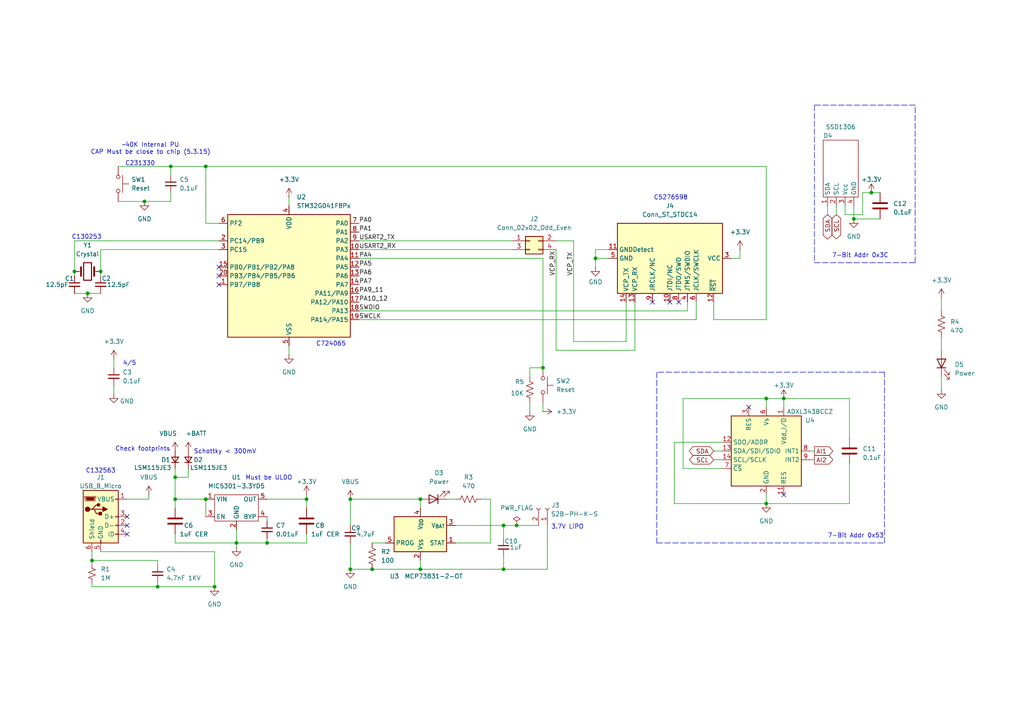
<source format=kicad_sch>
(kicad_sch (version 20231120) (generator "eeschema") (generator_version "8.0")
  (paper "A4")
  (lib_symbols
    (symbol "Battery_Management:MCP73831-2-OT"
      (property "Reference" "U" (at -7.62 6.35 0))
      (property "Value" "MCP73831-2-OT" (at 1.27 6.35 0))
      (symbol "MCP73831-2-OT_0_1"
        (rectangle (start -7.62 5.08) (end 7.62 -5.08) (stroke (width 0.254)) (fill (type background)))
      )
      (symbol "MCP73831-2-OT_1_1"
        (pin tri_state line (at 10.16 -2.54 180) (length 2.54) (name "STAT") (number "1"))
        (pin power_in line (at 0 -7.62 90) (length 2.54) (name "V_{SS}") (number "2"))
        (pin power_out line (at 10.16 2.54 180) (length 2.54) (name "V_{BAT}") (number "3"))
        (pin power_in line (at 0 7.62 270) (length 2.54) (name "V_{DD}") (number "4"))
        (pin input line (at -10.16 -2.54 0) (length 2.54) (name "PROG") (number "5"))
      )
    )
    (symbol "Connector:Conn_01x02_Socket" (pin_names (offset 1.016) hide)
      (property "Reference" "J" (at 0 2.54 0))
      (property "Value" "Conn_01x02_Socket" (at 0 -5.08 0))
      (symbol "Conn_01x02_Socket_1_1"
        (arc (start 0 -2.032) (mid -0.5058 -2.54) (end 0 -3.048) (stroke (width 0.1524)))
        (polyline (pts (xy -1.27 -2.54) (xy -0.508 -2.54)) (stroke (width 0.1524)))
        (polyline (pts (xy -1.27 0) (xy -0.508 0)) (stroke (width 0.1524)))
        (arc (start 0 0.508) (mid -0.5058 0) (end 0 -0.508) (stroke (width 0.1524)))
        (pin passive line (at -5.08 0 0) (length 3.81) (name "Pin_1") (number "1"))
        (pin passive line (at -5.08 -2.54 0) (length 3.81) (name "Pin_2") (number "2"))
      )
    )
    (symbol "Connector:Conn_ST_STDC14"
      (property "Reference" "J" (at -8.89 16.51 0))
      (property "Value" "Conn_ST_STDC14" (at 17.78 16.51 0))
      (symbol "Conn_ST_STDC14_0_1"
        (rectangle (start -10.16 15.24) (end 10.16 -15.24) (stroke (width 0.254)) (fill (type background)))
      )
      (symbol "Conn_ST_STDC14_1_1"
        (pin no_connect line (at -10.16 5.08 0) (length 2.54) hide (name "NC") (number "1"))
        (pin output line (at 12.7 0 180) (length 2.54) (name "JTDI/NC") (number "10"))
        (pin passive line (at -2.54 -17.78 90) (length 2.54) (name "GNDDetect") (number "11"))
        (pin open_collector line (at 12.7 12.7 180) (length 2.54) (name "~{RST}") (number "12"))
        (pin output line (at 12.7 -10.16 180) (length 2.54) (name "VCP_RX") (number "13"))
        (pin input line (at 12.7 -12.7 180) (length 2.54) (name "VCP_TX") (number "14"))
        (pin no_connect line (at -10.16 2.54 0) (length 2.54) hide (name "NC") (number "2"))
        (pin power_in line (at 0 17.78 270) (length 2.54) (name "VCC") (number "3"))
        (pin bidirectional line (at 12.7 5.08 180) (length 2.54) (name "JTMS/SWDIO") (number "4"))
        (pin power_in line (at 0 -17.78 90) (length 2.54) (name "GND") (number "5"))
        (pin output line (at 12.7 7.62 180) (length 2.54) (name "JCLK/SWCLK") (number "6"))
        (pin passive line (at 0 -17.78 90) (length 2.54) hide (name "GND") (number "7"))
        (pin input line (at 12.7 2.54 180) (length 2.54) (name "JTDO/SWO") (number "8"))
        (pin input line (at 12.7 -5.08 180) (length 2.54) (name "JRCLK/NC") (number "9"))
      )
    )
    (symbol "Connector:USB_B_Micro" (pin_names (offset 1.016))
      (property "Reference" "J" (at -5.08 11.43 0))
      (property "Value" "USB_B_Micro" (at -5.08 8.89 0))
      (symbol "USB_B_Micro_0_1"
        (rectangle (start -5.08 -7.62) (end 5.08 7.62) (stroke (width 0.254)) (fill (type background)))
        (circle (center -3.81 2.159) (radius 0.635) (stroke (width 0.254)) (fill (type outline)))
        (circle (center -0.635 3.429) (radius 0.381) (stroke (width 0.254)) (fill (type outline)))
        (rectangle (start -0.127 -7.62) (end 0.127 -6.858))
        (polyline (pts (xy -1.905 2.159) (xy 0.635 2.159)) (stroke (width 0.254)))
        (polyline (pts (xy -3.175 2.159) (xy -2.54 2.159) (xy -1.27 3.429) (xy -0.635 3.429)) (stroke (width 0.254)))
        (polyline (pts (xy -2.54 2.159) (xy -1.905 2.159) (xy -1.27 0.889) (xy 0 0.889)) (stroke (width 0.254)))
        (polyline (pts (xy 0.635 2.794) (xy 0.635 1.524) (xy 1.905 2.159) (xy 0.635 2.794)) (stroke (width 0.254)) (fill (type outline)))
        (polyline (pts (xy -4.318 5.588) (xy -1.778 5.588) (xy -2.032 4.826) (xy -4.064 4.826) (xy -4.318 5.588)) (fill (type outline)))
        (polyline (pts (xy -4.699 5.842) (xy -4.699 5.588) (xy -4.445 4.826) (xy -4.445 4.572) (xy -1.651 4.572) (xy -1.651 4.826) (xy -1.397 5.588) (xy -1.397 5.842) (xy -4.699 5.842)))
        (rectangle (start 0.254 1.27) (end -0.508 0.508) (stroke (width 0.254)) (fill (type outline)))
        (rectangle (start 5.08 -5.207) (end 4.318 -4.953))
        (rectangle (start 5.08 -2.667) (end 4.318 -2.413))
        (rectangle (start 5.08 -0.127) (end 4.318 0.127))
        (rectangle (start 5.08 4.953) (end 4.318 5.207))
      )
      (symbol "USB_B_Micro_1_1"
        (pin power_out line (at 7.62 5.08 180) (length 2.54) (name "VBUS") (number "1"))
        (pin bidirectional line (at 7.62 -2.54 180) (length 2.54) (name "D-") (number "2"))
        (pin bidirectional line (at 7.62 0 180) (length 2.54) (name "D+") (number "3"))
        (pin passive line (at 7.62 -5.08 180) (length 2.54) (name "ID") (number "4"))
        (pin power_out line (at 0 -10.16 90) (length 2.54) (name "GND") (number "5"))
        (pin passive line (at -2.54 -10.16 90) (length 2.54) (name "Shield") (number "6"))
      )
    )
    (symbol "Connector_Generic:Conn_02x02_Odd_Even" (pin_names (offset 1.016) hide)
      (property "Reference" "J" (at 1.27 2.54 0))
      (property "Value" "Conn_02x02_Odd_Even" (at 1.27 -5.08 0))
      (symbol "Conn_02x02_Odd_Even_1_1"
        (rectangle (start -1.27 -2.413) (end 0 -2.667) (stroke (width 0.1524)))
        (rectangle (start -1.27 0.127) (end 0 -0.127) (stroke (width 0.1524)))
        (rectangle (start -1.27 1.27) (end 3.81 -3.81) (stroke (width 0.254)) (fill (type background)))
        (rectangle (start 3.81 -2.413) (end 2.54 -2.667) (stroke (width 0.1524)))
        (rectangle (start 3.81 0.127) (end 2.54 -0.127) (stroke (width 0.1524)))
        (pin passive line (at -5.08 0 0) (length 3.81) (name "Pin_1") (number "1"))
        (pin passive line (at 7.62 0 180) (length 3.81) (name "Pin_2") (number "2"))
        (pin passive line (at -5.08 -2.54 0) (length 3.81) (name "Pin_3") (number "3"))
        (pin passive line (at 7.62 -2.54 180) (length 3.81) (name "Pin_4") (number "4"))
      )
    )
    (symbol "CustomLib:SmallOLED"
      (property "Reference" "D" (at -6.35 15.24 0))
      (symbol "SmallOLED_0_1"
        (rectangle (start -5.08 13.97) (end 5.08 -2.54))
      )
      (symbol "SmallOLED_1_1"
        (pin bidirectional line (at -3.81 -5.08 90) (length 2.54) (name "SDA") (number "1"))
        (pin bidirectional line (at -1.27 -5.08 90) (length 2.54) (name "SCL") (number "2"))
        (pin power_in line (at 1.27 -5.08 90) (length 2.54) (name "Vcc") (number "3"))
        (pin power_in line (at 3.81 -5.08 90) (length 2.54) (name "GND") (number "4"))
      )
    )
    (symbol "Device:C" (pin_numbers hide) (pin_names (offset 0.254))
      (property "Reference" "C" (at 0.635 2.54 0))
      (property "Value" "C" (at 0.635 -2.54 0))
      (symbol "C_0_1"
        (polyline (pts (xy -2.032 -0.762) (xy 2.032 -0.762)) (stroke (width 0.508)))
        (polyline (pts (xy -2.032 0.762) (xy 2.032 0.762)) (stroke (width 0.508)))
      )
      (symbol "C_1_1"
        (pin passive line (at 0 3.81 270) (length 2.794) (name "~") (number "1"))
        (pin passive line (at 0 -3.81 90) (length 2.794) (name "~") (number "2"))
      )
    )
    (symbol "Device:C_Small" (pin_numbers hide) (pin_names (offset 0.254) hide)
      (property "Reference" "C" (at 0.254 1.778 0))
      (property "Value" "C_Small" (at 0.254 -2.032 0))
      (symbol "C_Small_0_1"
        (polyline (pts (xy -1.524 -0.508) (xy 1.524 -0.508)) (stroke (width 0.3302)))
        (polyline (pts (xy -1.524 0.508) (xy 1.524 0.508)) (stroke (width 0.3048)))
      )
      (symbol "C_Small_1_1"
        (pin passive line (at 0 2.54 270) (length 2.032) (name "~") (number "1"))
        (pin passive line (at 0 -2.54 90) (length 2.032) (name "~") (number "2"))
      )
    )
    (symbol "Device:Crystal" (pin_numbers hide) (pin_names (offset 1.016) hide)
      (property "Reference" "Y" (at 0 3.81 0))
      (property "Value" "Crystal" (at 0 -3.81 0))
      (symbol "Crystal_0_1"
        (rectangle (start -1.143 2.54) (end 1.143 -2.54) (stroke (width 0.3048)))
        (polyline (pts (xy -2.54 0) (xy -1.905 0)))
        (polyline (pts (xy -1.905 -1.27) (xy -1.905 1.27)) (stroke (width 0.508)))
        (polyline (pts (xy 1.905 -1.27) (xy 1.905 1.27)) (stroke (width 0.508)))
        (polyline (pts (xy 2.54 0) (xy 1.905 0)))
      )
      (symbol "Crystal_1_1"
        (pin passive line (at -3.81 0 0) (length 1.27) (name "1") (number "1"))
        (pin passive line (at 3.81 0 180) (length 1.27) (name "2") (number "2"))
      )
    )
    (symbol "Device:D_Small" (pin_numbers hide) (pin_names (offset 0.254) hide)
      (property "Reference" "D" (at -1.27 2.032 0))
      (property "Value" "D_Small" (at -3.81 -2.032 0))
      (symbol "D_Small_0_1"
        (polyline (pts (xy -0.762 -1.016) (xy -0.762 1.016)) (stroke (width 0.254)))
        (polyline (pts (xy -0.762 0) (xy 0.762 0)))
        (polyline (pts (xy 0.762 -1.016) (xy -0.762 0) (xy 0.762 1.016) (xy 0.762 -1.016)) (stroke (width 0.254)))
      )
      (symbol "D_Small_1_1"
        (pin passive line (at -2.54 0 0) (length 1.778) (name "K") (number "1"))
        (pin passive line (at 2.54 0 180) (length 1.778) (name "A") (number "2"))
      )
    )
    (symbol "Device:LED" (pin_numbers hide) (pin_names (offset 1.016) hide)
      (property "Reference" "D" (at 0 2.54 0))
      (property "Value" "LED" (at 0 -2.54 0))
      (symbol "LED_0_1"
        (polyline (pts (xy -1.27 -1.27) (xy -1.27 1.27)) (stroke (width 0.254)))
        (polyline (pts (xy -1.27 0) (xy 1.27 0)))
        (polyline (pts (xy 1.27 -1.27) (xy 1.27 1.27) (xy -1.27 0) (xy 1.27 -1.27)) (stroke (width 0.254)))
        (polyline (pts (xy -3.048 -0.762) (xy -4.572 -2.286) (xy -3.81 -2.286) (xy -4.572 -2.286) (xy -4.572 -1.524)))
        (polyline (pts (xy -1.778 -0.762) (xy -3.302 -2.286) (xy -2.54 -2.286) (xy -3.302 -2.286) (xy -3.302 -1.524)))
      )
      (symbol "LED_1_1"
        (pin passive line (at -3.81 0 0) (length 2.54) (name "K") (number "1"))
        (pin passive line (at 3.81 0 180) (length 2.54) (name "A") (number "2"))
      )
    )
    (symbol "Device:R_Small_US" (pin_numbers hide) (pin_names (offset 0.254) hide)
      (property "Reference" "R" (at 0.762 0.508 0))
      (property "Value" "R_Small_US" (at 0.762 -1.016 0))
      (symbol "R_Small_US_1_1"
        (polyline (pts (xy 0 0) (xy 1.016 -0.381) (xy 0 -0.762) (xy -1.016 -1.143) (xy 0 -1.524)))
        (polyline (pts (xy 0 1.524) (xy 1.016 1.143) (xy 0 0.762) (xy -1.016 0.381) (xy 0 0)))
        (pin passive line (at 0 2.54 270) (length 1.016) (name "~") (number "1"))
        (pin passive line (at 0 -2.54 90) (length 1.016) (name "~") (number "2"))
      )
    )
    (symbol "Device:R_US" (pin_numbers hide) (pin_names (offset 0))
      (property "Reference" "R" (at 2.54 0 90))
      (property "Value" "R_US" (at -2.54 0 90))
      (symbol "R_US_0_1"
        (polyline (pts (xy 0 -2.286) (xy 0 -2.54)))
        (polyline (pts (xy 0 2.286) (xy 0 2.54)))
        (polyline (pts (xy 0 -0.762) (xy 1.016 -1.143) (xy 0 -1.524) (xy -1.016 -1.905) (xy 0 -2.286)))
        (polyline (pts (xy 0 0.762) (xy 1.016 0.381) (xy 0 0) (xy -1.016 -0.381) (xy 0 -0.762)))
        (polyline (pts (xy 0 2.286) (xy 1.016 1.905) (xy 0 1.524) (xy -1.016 1.143) (xy 0 0.762)))
      )
      (symbol "R_US_1_1"
        (pin passive line (at 0 3.81 270) (length 1.27) (name "~") (number "1"))
        (pin passive line (at 0 -3.81 90) (length 1.27) (name "~") (number "2"))
      )
    )
    (symbol "MCU_ST_STM32G0:STM32G041F8Px"
      (property "Reference" "U" (at -17.78 19.05 0))
      (property "Value" "STM32G041F8Px" (at 2.54 19.05 0))
      (symbol "STM32G041F8Px_0_1"
        (rectangle (start -17.78 -17.78) (end 17.78 17.78) (stroke (width 0.254)) (fill (type background)))
      )
      (symbol "STM32G041F8Px_1_1"
        (pin bidirectional line (at -20.32 -2.54 0) (length 2.54) (name "PB7/PB8") (number "1"))
        (pin bidirectional line (at 20.32 7.62 180) (length 2.54) (name "PA3") (number "10"))
        (pin bidirectional line (at 20.32 5.08 180) (length 2.54) (name "PA4") (number "11"))
        (pin bidirectional line (at 20.32 2.54 180) (length 2.54) (name "PA5") (number "12"))
        (pin bidirectional line (at 20.32 0 180) (length 2.54) (name "PA6") (number "13"))
        (pin bidirectional line (at 20.32 -2.54 180) (length 2.54) (name "PA7") (number "14"))
        (pin bidirectional line (at -20.32 2.54 0) (length 2.54) (name "PB0/PB1/PB2/PA8") (number "15"))
        (pin bidirectional line (at 20.32 -5.08 180) (length 2.54) (name "PA11/PA9") (number "16"))
        (pin bidirectional line (at 20.32 -7.62 180) (length 2.54) (name "PA12/PA10") (number "17"))
        (pin bidirectional line (at 20.32 -10.16 180) (length 2.54) (name "PA13") (number "18"))
        (pin bidirectional line (at 20.32 -12.7 180) (length 2.54) (name "PA14/PA15") (number "19"))
        (pin bidirectional line (at -20.32 10.16 0) (length 2.54) (name "PC14/PB9") (number "2"))
        (pin bidirectional line (at -20.32 0 0) (length 2.54) (name "PB3/PB4/PB5/PB6") (number "20"))
        (pin bidirectional line (at -20.32 7.62 0) (length 2.54) (name "PC15") (number "3"))
        (pin power_in line (at 0 20.32 270) (length 2.54) (name "VDD") (number "4"))
        (pin power_in line (at 0 -20.32 90) (length 2.54) (name "VSS") (number "5"))
        (pin bidirectional line (at -20.32 15.24 0) (length 2.54) (name "PF2") (number "6"))
        (pin bidirectional line (at 20.32 15.24 180) (length 2.54) (name "PA0") (number "7"))
        (pin bidirectional line (at 20.32 12.7 180) (length 2.54) (name "PA1") (number "8"))
        (pin bidirectional line (at 20.32 10.16 180) (length 2.54) (name "PA2") (number "9"))
      )
    )
    (symbol "Sensor_Motion:ADXL343"
      (property "Reference" "U" (at -8.89 11.43 0))
      (property "Value" "ADXL343" (at -7.62 -11.43 0))
      (symbol "ADXL343_0_1"
        (rectangle (start -10.16 10.16) (end 10.16 -10.16) (stroke (width 0.254)) (fill (type background)))
      )
      (symbol "ADXL343_1_1"
        (pin power_in line (at 5.08 12.7 270) (length 2.54) (name "Vdd_I/O") (number "1"))
        (pin no_connect line (at -5.08 -10.16 90) (length 2.54) hide (name "NC") (number "10"))
        (pin passive line (at 5.08 -12.7 90) (length 2.54) (name "RES") (number "11"))
        (pin bidirectional line (at -12.7 2.54 0) (length 2.54) (name "SDO/ADDR") (number "12"))
        (pin bidirectional line (at -12.7 0 0) (length 2.54) (name "SDA/SDI/SDIO") (number "13"))
        (pin input line (at -12.7 -2.54 0) (length 2.54) (name "SCL/SCLK") (number "14"))
        (pin power_in line (at 0 -12.7 90) (length 2.54) (name "GND") (number "2"))
        (pin passive line (at -5.08 12.7 270) (length 2.54) (name "RES") (number "3"))
        (pin passive line (at 0 -12.7 90) (length 2.54) hide (name "GND") (number "4"))
        (pin passive line (at 0 -12.7 90) (length 2.54) hide (name "GND") (number "5"))
        (pin power_in line (at 0 12.7 270) (length 2.54) (name "Vs") (number "6"))
        (pin input line (at -12.7 -5.08 0) (length 2.54) (name "~{CS}") (number "7"))
        (pin output line (at 12.7 0 180) (length 2.54) (name "INT1") (number "8"))
        (pin output line (at 12.7 -2.54 180) (length 2.54) (name "INT2") (number "9"))
      )
    )
    (symbol "Switch:SW_Push" (pin_numbers hide) (pin_names (offset 1.016) hide)
      (property "Reference" "SW" (at 1.27 2.54 0))
      (property "Value" "SW_Push" (at 0 -1.524 0))
      (symbol "SW_Push_0_1"
        (circle (center -2.032 0) (radius 0.508))
        (polyline (pts (xy 0 1.27) (xy 0 3.048)))
        (polyline (pts (xy 2.54 1.27) (xy -2.54 1.27)))
        (circle (center 2.032 0) (radius 0.508))
        (pin passive line (at -5.08 0 0) (length 2.54) (name "1") (number "1"))
        (pin passive line (at 5.08 0 180) (length 2.54) (name "2") (number "2"))
      )
    )
    (symbol "_custom:MIC5301"
      (property "Reference" "U" (at 0 4.826 0))
      (symbol "MIC5301_0_1"
        (rectangle (start -6.35 3.81) (end 6.35 -3.81))
      )
      (symbol "MIC5301_1_1"
        (pin power_in line (at -8.89 2.54 0) (length 2.54) (name "VIN") (number "1"))
        (pin power_in line (at 0 -6.35 90) (length 2.54) (name "GND") (number "2"))
        (pin passive line (at -8.89 -2.54 0) (length 2.54) (name "EN") (number "3"))
        (pin passive line (at 8.89 -2.54 180) (length 2.54) (name "BYP") (number "4"))
        (pin power_out line (at 8.89 2.54 180) (length 2.54) (name "OUT") (number "5"))
      )
    )
    (symbol "power:+3.3V" (power) (pin_numbers hide) (pin_names (offset 0) hide)
      (property "Value" "+3.3V" (at 0 3.556 0))
      (symbol "+3.3V_0_1"
        (polyline (pts (xy -0.762 1.27) (xy 0 2.54)))
        (polyline (pts (xy 0 0) (xy 0 2.54)))
        (polyline (pts (xy 0 2.54) (xy 0.762 1.27)))
      )
      (symbol "+3.3V_1_1"
        (pin power_in line (at 0 0 90) (length 0) (name "~") (number "1"))
      )
    )
    (symbol "power:+BATT" (power) (pin_numbers hide) (pin_names (offset 0) hide)
      (property "Value" "+BATT" (at 0 3.556 0))
      (symbol "+BATT_0_1"
        (polyline (pts (xy -0.762 1.27) (xy 0 2.54)))
        (polyline (pts (xy 0 0) (xy 0 2.54)))
        (polyline (pts (xy 0 2.54) (xy 0.762 1.27)))
      )
      (symbol "+BATT_1_1"
        (pin power_in line (at 0 0 90) (length 0) (name "~") (number "1"))
      )
    )
    (symbol "power:GND" (power) (pin_numbers hide) (pin_names (offset 0) hide)
      (property "Value" "GND" (at 0 -3.81 0))
      (symbol "GND_0_1"
        (polyline (pts (xy 0 0) (xy 0 -1.27) (xy 1.27 -1.27) (xy 0 -2.54) (xy -1.27 -1.27) (xy 0 -1.27)))
      )
      (symbol "GND_1_1"
        (pin power_in line (at 0 0 270) (length 0) (name "~") (number "1"))
      )
    )
    (symbol "power:PWR_FLAG" (power) (pin_numbers hide) (pin_names (offset 0) hide)
      (property "Value" "PWR_FLAG" (at 0 3.81 0))
      (symbol "PWR_FLAG_0_0"
        (pin power_out line (at 0 0 90) (length 0) (name "~") (number "1"))
      )
      (symbol "PWR_FLAG_0_1"
        (polyline (pts (xy 0 0) (xy 0 1.27) (xy -1.016 1.905) (xy 0 2.54) (xy 1.016 1.905) (xy 0 1.27)))
      )
    )
    (symbol "power:VBUS" (power) (pin_numbers hide) (pin_names (offset 0) hide)
      (property "Value" "VBUS" (at 0 3.556 0))
      (symbol "VBUS_0_1"
        (polyline (pts (xy -0.762 1.27) (xy 0 2.54)))
        (polyline (pts (xy 0 0) (xy 0 2.54)))
        (polyline (pts (xy 0 2.54) (xy 0.762 1.27)))
      )
      (symbol "VBUS_1_1"
        (pin power_in line (at 0 0 90) (length 0) (name "~") (number "1"))
      )
    )
  )
  (junction (at 41.91 58.42))
  (junction (at 222.25 146.05))
  (junction (at 107.95 165.1))
  (junction (at 227.33 115.57))
  (junction (at 222.25 115.57))
  (junction (at 50.8 144.78))
  (junction (at 50.8 138.43))
  (junction (at 146.05 165.1))
  (junction (at 68.58 157.48))
  (junction (at 29.21 78.74))
  (junction (at 172.72 74.93))
  (junction (at 49.53 48.26))
  (junction (at 146.05 152.4))
  (junction (at 149.86 152.4))
  (junction (at 101.6 165.1))
  (junction (at 101.6 144.78))
  (junction (at 121.92 165.1))
  (junction (at 62.23 170.18))
  (junction (at 247.65 63.5))
  (junction (at 157.48 106.68))
  (junction (at 77.47 157.48))
  (junction (at 59.69 48.26))
  (junction (at 252.73 55.88))
  (junction (at 59.69 144.78))
  (junction (at 26.67 162.56))
  (junction (at 45.72 170.18))
  (junction (at 88.9 144.78))
  (junction (at 121.92 144.78))
  (junction (at 21.59 78.74))
  (junction (at 25.4 85.09))
  (no_connect (at 63.5 77.47))
  (no_connect (at 63.5 82.55))
  (no_connect (at 194.31 87.63))
  (no_connect (at 63.5 80.01))
  (no_connect (at 189.23 87.63))
  (no_connect (at 227.33 143.51))
  (no_connect (at 36.83 149.86))
  (no_connect (at 196.85 87.63))
  (no_connect (at 36.83 154.94))
  (no_connect (at 36.83 152.4))
  (no_connect (at 217.17 118.11))
  (wire (pts (xy 158.75 152.4) (xy 158.75 165.1)))
  (wire (pts (xy 273.05 109.22) (xy 273.05 113.03)))
  (wire (pts (xy 21.59 69.85) (xy 21.59 78.74)))
  (wire (pts (xy 236.22 130.81) (xy 234.95 130.81)))
  (wire (pts (xy 34.29 48.26) (xy 49.53 48.26)))
  (wire (pts (xy 54.61 135.89) (xy 54.61 138.43)))
  (wire (pts (xy 153.67 106.68) (xy 157.48 106.68)))
  (wire (pts (xy 88.9 147.32) (xy 88.9 144.78)))
  (wire (pts (xy 222.25 143.51) (xy 222.25 146.05)))
  (wire (pts (xy 49.53 58.42) (xy 41.91 58.42)))
  (wire (pts (xy 176.53 74.93) (xy 172.72 74.93)))
  (polyline (pts (xy 265.43 30.48) (xy 236.22 30.48)) (stroke (width 0) (type dash)))
  (wire (pts (xy 107.95 157.48) (xy 111.76 157.48)))
  (wire (pts (xy 198.12 135.89) (xy 198.12 115.57)))
  (wire (pts (xy 273.05 97.79) (xy 273.05 101.6)))
  (wire (pts (xy 132.08 152.4) (xy 146.05 152.4)))
  (wire (pts (xy 214.63 74.93) (xy 212.09 74.93)))
  (wire (pts (xy 157.48 74.93) (xy 157.48 106.68)))
  (wire (pts (xy 245.11 59.69) (xy 245.11 62.23)))
  (wire (pts (xy 68.58 157.48) (xy 68.58 158.75)))
  (wire (pts (xy 146.05 161.29) (xy 146.05 165.1)))
  (wire (pts (xy 246.38 115.57) (xy 246.38 127)))
  (wire (pts (xy 161.29 72.39) (xy 161.29 101.6)))
  (wire (pts (xy 139.7 144.78) (xy 142.24 144.78)))
  (wire (pts (xy 26.67 160.02) (xy 26.67 162.56)))
  (wire (pts (xy 121.92 165.1) (xy 121.92 162.56)))
  (wire (pts (xy 273.05 86.36) (xy 273.05 90.17)))
  (wire (pts (xy 227.33 115.57) (xy 227.33 118.11)))
  (wire (pts (xy 49.53 55.88) (xy 49.53 58.42)))
  (wire (pts (xy 247.65 59.69) (xy 247.65 63.5)))
  (polyline (pts (xy 265.43 76.2) (xy 265.43 30.48)) (stroke (width 0) (type dash)))
  (wire (pts (xy 227.33 115.57) (xy 246.38 115.57)))
  (wire (pts (xy 104.14 72.39) (xy 148.59 72.39)))
  (wire (pts (xy 77.47 144.78) (xy 88.9 144.78)))
  (wire (pts (xy 59.69 64.77) (xy 63.5 64.77)))
  (wire (pts (xy 207.01 92.71) (xy 222.25 92.71)))
  (wire (pts (xy 209.55 128.27) (xy 195.58 128.27)))
  (wire (pts (xy 166.37 99.06) (xy 166.37 69.85)))
  (wire (pts (xy 157.48 116.84) (xy 157.48 119.38)))
  (wire (pts (xy 50.8 147.32) (xy 50.8 144.78)))
  (wire (pts (xy 77.47 157.48) (xy 88.9 157.48)))
  (wire (pts (xy 246.38 134.62) (xy 246.38 146.05)))
  (wire (pts (xy 142.24 144.78) (xy 142.24 157.48)))
  (wire (pts (xy 195.58 146.05) (xy 222.25 146.05)))
  (wire (pts (xy 250.19 55.88) (xy 250.19 62.23)))
  (wire (pts (xy 26.67 162.56) (xy 45.72 162.56)))
  (wire (pts (xy 222.25 115.57) (xy 227.33 115.57)))
  (wire (pts (xy 201.93 92.71) (xy 104.14 92.71)))
  (wire (pts (xy 161.29 101.6) (xy 184.15 101.6)))
  (wire (pts (xy 104.14 69.85) (xy 148.59 69.85)))
  (wire (pts (xy 29.21 72.39) (xy 63.5 72.39)))
  (wire (pts (xy 50.8 135.89) (xy 50.8 138.43)))
  (wire (pts (xy 207.01 130.81) (xy 209.55 130.81)))
  (polyline (pts (xy 256.54 107.95) (xy 190.5 107.95)) (stroke (width 0) (type dash)))
  (wire (pts (xy 50.8 157.48) (xy 68.58 157.48)))
  (wire (pts (xy 201.93 92.71) (xy 201.93 87.63)))
  (wire (pts (xy 50.8 138.43) (xy 54.61 138.43)))
  (wire (pts (xy 33.02 104.14) (xy 33.02 106.68)))
  (wire (pts (xy 26.67 170.18) (xy 26.67 168.91)))
  (wire (pts (xy 77.47 156.21) (xy 77.47 157.48)))
  (wire (pts (xy 68.58 157.48) (xy 68.58 153.67)))
  (wire (pts (xy 250.19 55.88) (xy 252.73 55.88)))
  (wire (pts (xy 62.23 160.02) (xy 62.23 170.18)))
  (wire (pts (xy 26.67 163.83) (xy 26.67 162.56)))
  (wire (pts (xy 59.69 144.78) (xy 59.69 149.86)))
  (wire (pts (xy 222.25 92.71) (xy 222.25 48.26)))
  (wire (pts (xy 222.25 115.57) (xy 222.25 118.11)))
  (wire (pts (xy 121.92 144.78) (xy 121.92 147.32)))
  (wire (pts (xy 222.25 48.26) (xy 59.69 48.26)))
  (wire (pts (xy 184.15 101.6) (xy 184.15 87.63)))
  (wire (pts (xy 153.67 109.22) (xy 153.67 106.68)))
  (wire (pts (xy 29.21 72.39) (xy 29.21 78.74)))
  (wire (pts (xy 129.54 144.78) (xy 132.08 144.78)))
  (wire (pts (xy 29.21 78.74) (xy 29.21 80.01)))
  (wire (pts (xy 25.4 85.09) (xy 29.21 85.09)))
  (wire (pts (xy 21.59 85.09) (xy 25.4 85.09)))
  (wire (pts (xy 149.86 152.4) (xy 156.21 152.4)))
  (wire (pts (xy 207.01 87.63) (xy 207.01 92.71)))
  (wire (pts (xy 33.02 111.76) (xy 33.02 114.3)))
  (wire (pts (xy 121.92 165.1) (xy 146.05 165.1)))
  (wire (pts (xy 240.03 62.23) (xy 240.03 59.69)))
  (wire (pts (xy 101.6 144.78) (xy 121.92 144.78)))
  (wire (pts (xy 88.9 143.51) (xy 88.9 144.78)))
  (polyline (pts (xy 236.22 30.48) (xy 236.22 76.2)) (stroke (width 0) (type dash)))
  (wire (pts (xy 50.8 154.94) (xy 50.8 157.48)))
  (wire (pts (xy 49.53 48.26) (xy 59.69 48.26)))
  (polyline (pts (xy 236.22 76.2) (xy 265.43 76.2)) (stroke (width 0) (type dash)))
  (wire (pts (xy 50.8 144.78) (xy 59.69 144.78)))
  (wire (pts (xy 36.83 144.78) (xy 43.18 144.78)))
  (wire (pts (xy 68.58 157.48) (xy 77.47 157.48)))
  (wire (pts (xy 101.6 165.1) (xy 107.95 165.1)))
  (wire (pts (xy 49.53 48.26) (xy 49.53 50.8)))
  (polyline (pts (xy 190.5 157.48) (xy 256.54 157.48)) (stroke (width 0) (type dash)))
  (wire (pts (xy 21.59 78.74) (xy 21.59 80.01)))
  (wire (pts (xy 158.75 165.1) (xy 146.05 165.1)))
  (wire (pts (xy 146.05 152.4) (xy 149.86 152.4)))
  (wire (pts (xy 29.21 160.02) (xy 62.23 160.02)))
  (wire (pts (xy 195.58 128.27) (xy 195.58 146.05)))
  (wire (pts (xy 181.61 87.63) (xy 181.61 99.06)))
  (wire (pts (xy 83.82 57.15) (xy 83.82 59.69)))
  (wire (pts (xy 21.59 69.85) (xy 63.5 69.85)))
  (wire (pts (xy 83.82 100.33) (xy 83.82 102.87)))
  (wire (pts (xy 181.61 99.06) (xy 166.37 99.06)))
  (wire (pts (xy 41.91 58.42) (xy 34.29 58.42)))
  (wire (pts (xy 45.72 168.91) (xy 45.72 170.18)))
  (wire (pts (xy 245.11 62.23) (xy 250.19 62.23)))
  (wire (pts (xy 198.12 115.57) (xy 222.25 115.57)))
  (wire (pts (xy 214.63 72.39) (xy 214.63 74.93)))
  (wire (pts (xy 153.67 116.84) (xy 153.67 119.38)))
  (wire (pts (xy 146.05 152.4) (xy 146.05 156.21)))
  (wire (pts (xy 88.9 157.48) (xy 88.9 154.94)))
  (wire (pts (xy 59.69 48.26) (xy 59.69 64.77)))
  (wire (pts (xy 246.38 146.05) (xy 222.25 146.05)))
  (wire (pts (xy 43.18 143.51) (xy 43.18 144.78)))
  (wire (pts (xy 101.6 144.78) (xy 101.6 152.4)))
  (wire (pts (xy 45.72 162.56) (xy 45.72 163.83)))
  (wire (pts (xy 242.57 62.23) (xy 242.57 59.69)))
  (wire (pts (xy 199.39 90.17) (xy 199.39 87.63)))
  (wire (pts (xy 199.39 90.17) (xy 104.14 90.17)))
  (polyline (pts (xy 256.54 157.48) (xy 256.54 107.95)) (stroke (width 0) (type dash)))
  (wire (pts (xy 176.53 72.39) (xy 172.72 72.39)))
  (wire (pts (xy 45.72 170.18) (xy 26.67 170.18)))
  (wire (pts (xy 172.72 72.39) (xy 172.72 74.93)))
  (wire (pts (xy 172.72 74.93) (xy 172.72 77.47)))
  (wire (pts (xy 104.14 74.93) (xy 157.48 74.93)))
  (wire (pts (xy 77.47 149.86) (xy 77.47 151.13)))
  (wire (pts (xy 161.29 69.85) (xy 166.37 69.85)))
  (wire (pts (xy 132.08 157.48) (xy 142.24 157.48)))
  (wire (pts (xy 236.22 133.35) (xy 234.95 133.35)))
  (wire (pts (xy 107.95 165.1) (xy 121.92 165.1)))
  (wire (pts (xy 50.8 138.43) (xy 50.8 144.78)))
  (wire (pts (xy 62.23 170.18) (xy 45.72 170.18)))
  (wire (pts (xy 209.55 135.89) (xy 198.12 135.89)))
  (wire (pts (xy 247.65 63.5) (xy 255.27 63.5)))
  (wire (pts (xy 252.73 55.88) (xy 255.27 55.88)))
  (wire (pts (xy 101.6 157.48) (xy 101.6 165.1)))
  (polyline (pts (xy 190.5 107.95) (xy 190.5 157.48)) (stroke (width 0) (type dash)))
  (wire (pts (xy 207.01 133.35) (xy 209.55 133.35)))
  (text "4/5" (at 37.592 105.41 0) (effects (font (size 1.27 1.27))))
  (text "~40K Internal PU\nCAP Must be close to chip (5.3.15)" (at 43.688 43.18 0) (effects (font (size 1.27 1.27))))
  (text "Check footprints" (at 41.402 130.302 0) (effects (font (size 1.27 1.27))))
  (text "3.7V LiPO" (at 164.592 152.908 0) (effects (font (size 1.27 1.27))))
  (text "C5276598" (at 194.564 57.404 0) (effects (font (size 1.27 1.27))))
  (text "C130253" (at 25.146 68.834 0) (effects (font (size 1.27 1.27))))
  (text "C724065" (at 96.012 99.822 0) (effects (font (size 1.27 1.27))))
  (text "7-Bit Addr 0x3C" (at 241.3 74.93 0) (effects (font (size 1.27 1.27)) (justify left bottom)))
  (text "C132563" (at 29.21 136.652 0) (effects (font (size 1.27 1.27))))
  (text "Must be ULDO" (at 77.978 138.684 0) (effects (font (size 1.27 1.27))))
  (text "C231330" (at 40.64 47.498 0) (effects (font (size 1.27 1.27))))
  (text "Schottky < 300mV" (at 65.278 131.064 0) (effects (font (size 1.27 1.27))))
  (text "7-Bit Addr 0x53" (at 240.03 156.21 0) (effects (font (size 1.27 1.27)) (justify left bottom)))
  (label "PA10_12" (at 104.14 87.63 0))
  (label "PA1" (at 104.14 67.31 0))
  (label "VCP_RX" (at 161.29 80.01 90))
  (label "VCP_TX" (at 166.37 80.01 90))
  (label "SWCLK" (at 104.14 92.71 0))
  (label "PA0" (at 104.14 64.77 0))
  (label "SWDIO" (at 104.14 90.17 0))
  (label "PA6" (at 104.14 80.01 0))
  (label "PA5" (at 104.14 77.47 0))
  (label "PA4" (at 104.14 74.93 0))
  (label "USART2_TX" (at 104.14 69.85 0))
  (label "PA7" (at 104.14 82.55 0))
  (label "USART2_RX" (at 104.14 72.39 0))
  (label "PA9_11" (at 104.14 85.09 0))
  (global_label "SDA" (shape bidirectional) (at 240.03 62.23 270) (property "Intersheetrefs" "${INTERSHEET_REFS}" (effects (hide yes))))
  (global_label "SCL" (shape bidirectional) (at 207.01 133.35 180) (property "Intersheetrefs" "${INTERSHEET_REFS}" (effects (hide yes))))
  (global_label "SCL" (shape bidirectional) (at 242.57 62.23 270) (property "Intersheetrefs" "${INTERSHEET_REFS}" (effects (hide yes))))
  (global_label "AI2" (shape output) (at 236.22 133.35 0) (property "Intersheetrefs" "${INTERSHEET_REFS}" (effects (hide yes))))
  (global_label "SDA" (shape bidirectional) (at 207.01 130.81 180) (property "Intersheetrefs" "${INTERSHEET_REFS}" (effects (hide yes))))
  (global_label "AI1" (shape output) (at 236.22 130.81 0) (property "Intersheetrefs" "${INTERSHEET_REFS}" (effects (hide yes))))
  (symbol (lib_id "power:PWR_FLAG") (at 149.86 152.4 0) (unit 1)
    (property "Reference" "#FLG01" (effects (hide yes)))
    (property "Value" "PWR_FLAG" (at 149.86 147.32 0))
    (property "Description" "Special symbol for telling ERC where power comes from" (effects (hide yes)))
  )
  (symbol (lib_id "CustomLib:SmallOLED") (at 243.84 54.61 0) (unit 1)
    (property "Reference" "D4" (at 238.76 39.37 0) (effects (justify left)))
    (property "Value" "SSD1306" (at 243.84 36.83 0))
    (property "Footprint" "_custom:SmallOLED" (effects (hide yes)))
  )
  (symbol (lib_id "Device:C_Small") (at 29.21 82.55 0) (unit 1)
    (property "Reference" "C2" (at 29.464 80.772 0) (effects (justify left)))
    (property "Value" "12.5pF" (at 30.988 82.55 0) (effects (justify left)))
    (property "Footprint" "Capacitor_SMD:C_0603_1608Metric" (effects (hide yes)))
    (property "Description" "Unpolarized capacitor, small symbol" (effects (hide yes)))
  )
  (symbol (lib_id "power:VBUS") (at 43.18 143.51 0) (unit 1)
    (property "Reference" "#PWR05" (effects (hide yes)))
    (property "Value" "VBUS" (at 43.18 138.43 0))
    (property "Description" "Power symbol creates a global label with name \"VBUS\"" (effects (hide yes)))
  )
  (symbol (lib_id "Device:R_US") (at 107.95 161.29 0) (unit 1)
    (property "Reference" "R2" (at 110.49 160.0199 0) (effects (justify left)))
    (property "Value" "100" (at 110.49 162.5599 0) (effects (justify left)))
    (property "Footprint" "Resistor_SMD:R_0805_2012Metric" (effects (hide yes)))
  )
  (symbol (lib_id "Device:D_Small") (at 50.8 133.35 90) (unit 1)
    (property "Reference" "D1" (at 46.736 133.35 90) (effects (justify right)))
    (property "Value" "LSM115JE3" (at 38.862 135.636 90) (effects (justify right)))
    (property "Footprint" "Diode_SMD:D_SMC" (effects (hide yes)))
    (property "Description" "Diode, small symbol" (effects (hide yes)))
    (property "Sim.Device" "D" (effects (hide yes)))
    (property "Sim.Pins" "1=K 2=A" (effects (hide yes)))
  )
  (symbol (lib_id "Device:R_US") (at 153.67 113.03 180) (unit 1)
    (property "Reference" "R5" (at 149.352 110.744 0) (effects (justify right)))
    (property "Value" "10K" (at 148.082 114.046 0) (effects (justify right)))
    (property "Footprint" "Resistor_SMD:R_0805_2012Metric" (effects (hide yes)))
  )
  (symbol (lib_id "Device:C") (at 88.9 151.13 180) (unit 1)
    (property "Reference" "C8" (at 91.44 152.4 0) (effects (justify right)))
    (property "Value" "1uF CER" (at 90.17 154.94 0) (effects (justify right)))
    (property "Footprint" "Capacitor_SMD:C_1206_3216Metric" (effects (hide yes)))
  )
  (symbol (lib_id "power:GND") (at 62.23 170.18 0) (unit 1)
    (property "Reference" "#PWR08" (effects (hide yes)))
    (property "Value" "GND" (at 62.23 175.26 0))
  )
  (symbol (lib_id "power:GND") (at 25.4 85.09 0) (unit 1)
    (property "Reference" "#PWR01" (effects (hide yes)))
    (property "Value" "GND" (at 25.4 90.17 0))
    (property "Description" "Power symbol creates a global label with name \"GND\" , ground" (effects (hide yes)))
  )
  (symbol (lib_id "_custom:MIC5301") (at 68.58 147.32 0) (unit 1)
    (property "Reference" "U1" (at 68.58 138.43 0))
    (property "Value" "MIC5301-3.3YD5" (at 68.58 140.97 0))
    (property "Footprint" "Package_TO_SOT_SMD:TSOT-23-5" (effects (hide yes)))
  )
  (symbol (lib_id "Device:C_Small") (at 101.6 154.94 0) (unit 1)
    (property "Reference" "C9" (at 101.854 153.162 0) (effects (justify left)))
    (property "Value" "4.7uF" (at 103.378 154.94 0) (effects (justify left)))
    (property "Footprint" "Capacitor_SMD:C_1206_3216Metric" (effects (hide yes)))
    (property "Description" "Unpolarized capacitor, small symbol" (effects (hide yes)))
  )
  (symbol (lib_id "power:GND") (at 273.05 113.03 0) (unit 1)
    (property "Reference" "#PWR022" (effects (hide yes)))
    (property "Value" "GND" (at 273.05 118.11 0))
  )
  (symbol (lib_id "Device:C") (at 50.8 151.13 180) (unit 1)
    (property "Reference" "C6" (at 53.34 152.4 0) (effects (justify right)))
    (property "Value" "1uF CER" (at 52.07 154.94 0) (effects (justify right)))
    (property "Footprint" "Capacitor_SMD:C_1206_3216Metric" (effects (hide yes)))
  )
  (symbol (lib_id "Device:C_Small") (at 45.72 166.37 0) (unit 1)
    (property "Reference" "C4" (at 48.26 165.1062 0) (effects (justify left)))
    (property "Value" "4.7nF 1KV" (at 48.26 167.6462 0) (effects (justify left)))
    (property "Footprint" "Capacitor_SMD:C_0805_2012Metric" (effects (hide yes)))
    (property "Description" "Unpolarized capacitor, small symbol" (effects (hide yes)))
  )
  (symbol (lib_id "Device:R_US") (at 135.89 144.78 270) (unit 1)
    (property "Reference" "R3" (at 135.89 138.43 90))
    (property "Value" "470" (at 135.89 140.97 90))
    (property "Footprint" "Resistor_SMD:R_0805_2012Metric" (effects (hide yes)))
  )
  (symbol (lib_id "Device:C") (at 255.27 59.69 0) (unit 1)
    (property "Reference" "C12" (at 259.08 59.055 0) (effects (justify left)))
    (property "Value" "0.1uF" (at 259.08 61.595 0) (effects (justify left)))
    (property "Footprint" "Capacitor_SMD:C_0805_2012Metric" (effects (hide yes)))
  )
  (symbol (lib_id "Device:C_Small") (at 77.47 153.67 0) (unit 1)
    (property "Reference" "C7" (at 80.01 152.4062 0) (effects (justify left)))
    (property "Value" "0.01uF" (at 80.01 154.9462 0) (effects (justify left)))
    (property "Footprint" "Capacitor_SMD:C_0805_2012Metric" (effects (hide yes)))
    (property "Description" "Unpolarized capacitor, small symbol" (effects (hide yes)))
  )
  (symbol (lib_id "Device:C") (at 246.38 130.81 0) (unit 1)
    (property "Reference" "C11" (at 250.19 130.175 0) (effects (justify left)))
    (property "Value" "0.1uF" (at 250.19 132.715 0) (effects (justify left)))
    (property "Footprint" "Capacitor_SMD:C_0805_2012Metric" (effects (hide yes)))
  )
  (symbol (lib_id "power:GND") (at 247.65 63.5 0) (unit 1)
    (property "Reference" "#PWR019" (effects (hide yes)))
    (property "Value" "GND" (at 247.65 68.58 0))
  )
  (symbol (lib_id "power:+3.3V") (at 214.63 72.39 0) (unit 1)
    (property "Reference" "#PWR016" (effects (hide yes)))
    (property "Value" "+3.3V" (at 214.63 67.31 0))
    (property "Description" "Power symbol creates a global label with name \"+3.3V\"" (effects (hide yes)))
  )
  (symbol (lib_id "Device:R_US") (at 273.05 93.98 0) (unit 1)
    (property "Reference" "R4" (at 275.59 93.345 0) (effects (justify left)))
    (property "Value" "470" (at 275.59 95.885 0) (effects (justify left)))
    (property "Footprint" "Resistor_SMD:R_0805_2012Metric" (effects (hide yes)))
  )
  (symbol (lib_id "Sensor_Motion:ADXL343") (at 222.25 130.81 0) (unit 1)
    (property "Reference" "U4" (at 234.95 121.92 0))
    (property "Value" "ADXL343BCCZ" (at 234.95 119.38 0))
    (property "Footprint" "Package_LGA:LGA-14_3x5mm_P0.8mm_LayoutBorder1x6y" (effects (hide yes)))
    (property "Datasheet" "https://www.analog.com/media/en/technical-documentation/data-sheets/ADXL343.pdf" (effects (hide yes)))
  )
  (symbol (lib_id "power:VBUS") (at 101.6 144.78 0) (unit 1)
    (property "Reference" "#PWR013" (effects (hide yes)))
    (property "Value" "VBUS" (at 101.6 139.7 0))
    (property "Description" "Power symbol creates a global label with name \"VBUS\"" (effects (hide yes)))
  )
  (symbol (lib_id "power:GND") (at 222.25 146.05 0) (unit 1)
    (property "Reference" "#PWR017" (effects (hide yes)))
    (property "Value" "GND" (at 222.25 151.13 0))
  )
  (symbol (lib_id "Connector_Generic:Conn_02x02_Odd_Even") (at 153.67 69.85 0) (unit 1)
    (property "Reference" "J2" (at 154.94 63.5 0))
    (property "Value" "Conn_02x02_Odd_Even" (at 154.94 66.04 0))
    (property "Footprint" "Connector_PinHeader_2.54mm:PinHeader_2x02_P2.54mm_Vertical" (effects (hide yes)))
    (property "Description" "Generic connector, double row, 02x02, odd/even pin numbering scheme (row 1 odd numbers, row 2 even numbers), script generated (kicad-library-utils/schlib/autogen/connector/)" (effects (hide yes)))
  )
  (symbol (lib_id "Device:C_Small") (at 21.59 82.55 0) (unit 1)
    (property "Reference" "C1" (at 18.796 80.772 0) (effects (justify left)))
    (property "Value" "12.5pF" (at 13.208 82.55 0) (effects (justify left)))
    (property "Footprint" "Capacitor_SMD:C_0603_1608Metric" (effects (hide yes)))
    (property "Description" "Unpolarized capacitor, small symbol" (effects (hide yes)))
  )
  (symbol (lib_id "power:+3.3V") (at 33.02 104.14 0) (unit 1)
    (property "Reference" "#PWR02" (effects (hide yes)))
    (property "Value" "+3.3V" (at 33.02 99.06 0))
    (property "Description" "Power symbol creates a global label with name \"+3.3V\"" (effects (hide yes)))
  )
  (symbol (lib_id "Device:C_Small") (at 49.53 53.34 0) (unit 1)
    (property "Reference" "C5" (at 52.07 52.0762 0) (effects (justify left)))
    (property "Value" "0.1uF" (at 52.07 54.6162 0) (effects (justify left)))
    (property "Footprint" "Capacitor_SMD:C_0603_1608Metric" (effects (hide yes)))
    (property "Description" "Unpolarized capacitor, small symbol" (effects (hide yes)))
  )
  (symbol (lib_id "power:GND") (at 33.02 114.3 0) (unit 1)
    (property "Reference" "#PWR03" (effects (hide yes)))
    (property "Value" "GND" (at 36.83 116.332 0))
    (property "Description" "Power symbol creates a global label with name \"GND\" , ground" (effects (hide yes)))
  )
  (symbol (lib_id "Switch:SW_Push") (at 157.48 111.76 270) (unit 1)
    (property "Reference" "SW2" (at 161.29 110.4899 90) (effects (justify left)))
    (property "Value" "Reset" (at 161.29 113.0299 90) (effects (justify left)))
    (property "Footprint" "Button_Switch_SMD:SW_SPST_B3U-1000P" (effects (hide yes)))
    (property "Description" "C306879" (effects (hide yes)))
  )
  (symbol (lib_id "Device:C_Small") (at 146.05 158.75 0) (unit 1)
    (property "Reference" "C10" (at 146.304 156.972 0) (effects (justify left)))
    (property "Value" "1uF" (at 147.828 158.75 0) (effects (justify left)))
    (property "Footprint" "Capacitor_SMD:C_1206_3216Metric" (effects (hide yes)))
    (property "Description" "Unpolarized capacitor, small symbol" (effects (hide yes)))
  )
  (symbol (lib_id "power:+3.3V") (at 252.73 55.88 0) (unit 1)
    (property "Reference" "#PWR020" (effects (hide yes)))
    (property "Value" "+3.3V" (at 252.73 52.07 0))
  )
  (symbol (lib_id "Connector:Conn_ST_STDC14") (at 194.31 74.93 270) (unit 1)
    (property "Reference" "J4" (at 194.31 59.69 90))
    (property "Value" "Conn_ST_STDC14" (at 194.31 62.23 90))
    (property "Footprint" "Connector_PinHeader_1.27mm:PinHeader_2x07_P1.27mm_Vertical_SMD" (effects (hide yes)))
    (property "Datasheet" "https://www.st.com/content/ccc/resource/technical/document/user_manual/group1/99/49/91/b6/b2/3a/46/e5/DM00526767/files/DM00526767.pdf/jcr:content/translations/en.DM00526767.pdf" (effects (hide yes)))
    (property "Description" "ST Debug Connector, standard ARM Cortex-M SWD and JTAG interface plus UART" (effects (hide yes)))
  )
  (symbol (lib_id "power:GND") (at 68.58 158.75 0) (unit 1)
    (property "Reference" "#PWR09" (effects (hide yes)))
    (property "Value" "GND" (at 68.58 163.83 0))
  )
  (symbol (lib_id "Device:LED") (at 273.05 105.41 90) (unit 1)
    (property "Reference" "D5" (at 276.86 105.7274 90) (effects (justify right)))
    (property "Value" "Power" (at 276.86 108.2674 90) (effects (justify right)))
    (property "Footprint" "LED_SMD:LED_0805_2012Metric" (effects (hide yes)))
  )
  (symbol (lib_id "MCU_ST_STM32G0:STM32G041F8Px") (at 83.82 80.01 0) (unit 1)
    (property "Reference" "U2" (at 86.0141 57.15 0) (effects (justify left)))
    (property "Value" "STM32G041F8Px" (at 86.0141 59.69 0) (effects (justify left)))
    (property "Footprint" "Package_SO:TSSOP-20_4.4x6.5mm_P0.65mm" (effects (hide yes)))
    (property "Datasheet" "https://www.st.com/resource/en/datasheet/stm32g041f8.pdf" (effects (hide yes)))
    (property "Description" "STMicroelectronics Arm Cortex-M0+ MCU, 64KB flash, 8KB RAM, 64 MHz, 1.7-3.6V, 18 GPIO, TSSOP20" (effects (hide yes)))
  )
  (symbol (lib_id "power:GND") (at 153.67 119.38 0) (unit 1)
    (property "Reference" "#PWR023" (effects (hide yes)))
    (property "Value" "GND" (at 153.67 124.46 0))
    (property "Description" "Power symbol creates a global label with name \"GND\" , ground" (effects (hide yes)))
  )
  (symbol (lib_id "Device:D_Small") (at 54.61 133.35 90) (unit 1)
    (property "Reference" "D2" (at 56.134 133.35 90) (effects (justify right)))
    (property "Value" "LSM115JE3" (at 55.118 135.636 90) (effects (justify right)))
    (property "Footprint" "Diode_SMD:D_SMC" (effects (hide yes)))
    (property "Description" "Diode, small symbol" (effects (hide yes)))
    (property "Sim.Device" "D" (effects (hide yes)))
    (property "Sim.Pins" "1=K 2=A" (effects (hide yes)))
  )
  (symbol (lib_id "power:+3.3V") (at 83.82 57.15 0) (unit 1)
    (property "Reference" "#PWR010" (effects (hide yes)))
    (property "Value" "+3.3V" (at 83.82 52.07 0))
    (property "Description" "Power symbol creates a global label with name \"+3.3V\"" (effects (hide yes)))
  )
  (symbol (lib_id "power:VBUS") (at 50.8 130.81 0) (unit 1)
    (property "Reference" "#PWR06" (effects (hide yes)))
    (property "Value" "VBUS" (at 48.768 125.73 0))
    (property "Description" "Power symbol creates a global label with name \"VBUS\"" (effects (hide yes)))
  )
  (symbol (lib_id "power:GND") (at 83.82 102.87 0) (unit 1)
    (property "Reference" "#PWR011" (effects (hide yes)))
    (property "Value" "GND" (at 83.82 107.95 0))
    (property "Description" "Power symbol creates a global label with name \"GND\" , ground" (effects (hide yes)))
  )
  (symbol (lib_id "power:+3.3V") (at 157.48 119.38 270) (unit 1)
    (property "Reference" "#PWR024" (effects (hide yes)))
    (property "Value" "+3.3V" (at 161.29 119.3799 90) (effects (justify left)))
    (property "Description" "Power symbol creates a global label with name \"+3.3V\"" (effects (hide yes)))
  )
  (symbol (lib_id "power:GND") (at 41.91 58.42 0) (unit 1)
    (property "Reference" "#PWR04" (effects (hide yes)))
    (property "Value" "GND" (at 41.91 63.5 0))
    (property "Description" "Power symbol creates a global label with name \"GND\" , ground" (effects (hide yes)))
  )
  (symbol (lib_id "power:+3.3V") (at 227.33 115.57 0) (unit 1)
    (property "Reference" "#PWR018" (effects (hide yes)))
    (property "Value" "+3.3V" (at 227.33 111.76 0))
  )
  (symbol (lib_id "power:+3.3V") (at 88.9 143.51 0) (unit 1)
    (property "Reference" "#PWR012" (effects (hide yes)))
    (property "Value" "+3.3V" (at 88.9 139.7 0))
  )
  (symbol (lib_id "Device:C_Small") (at 33.02 109.22 0) (unit 1)
    (property "Reference" "C3" (at 35.56 107.9562 0) (effects (justify left)))
    (property "Value" "0.1uF" (at 35.56 110.4962 0) (effects (justify left)))
    (property "Footprint" "Capacitor_SMD:C_0603_1608Metric" (effects (hide yes)))
    (property "Description" "Unpolarized capacitor, small symbol" (effects (hide yes)))
  )
  (symbol (lib_id "power:+3.3V") (at 273.05 86.36 0) (unit 1)
    (property "Reference" "#PWR021" (effects (hide yes)))
    (property "Value" "+3.3V" (at 273.05 81.28 0))
    (property "Description" "Power symbol creates a global label with name \"+3.3V\"" (effects (hide yes)))
  )
  (symbol (lib_id "power:+BATT") (at 54.61 130.81 0) (unit 1)
    (property "Reference" "#PWR07" (effects (hide yes)))
    (property "Value" "+BATT" (at 56.896 125.73 0))
    (property "Description" "Power symbol creates a global label with name \"+BATT\"" (effects (hide yes)))
  )
  (symbol (lib_id "Switch:SW_Push") (at 34.29 53.34 270) (unit 1)
    (property "Reference" "SW1" (at 38.1 52.0699 90) (effects (justify left)))
    (property "Value" "Reset" (at 38.1 54.6099 90) (effects (justify left)))
    (property "Footprint" "Button_Switch_SMD:SW_SPST_B3U-1000P" (effects (hide yes)))
    (property "Description" "C306879" (effects (hide yes)))
  )
  (symbol (lib_id "Device:R_Small_US") (at 26.67 166.37 0) (unit 1)
    (property "Reference" "R1" (at 29.21 165.0999 0) (effects (justify left)))
    (property "Value" "1M" (at 29.21 167.6399 0) (effects (justify left)))
    (property "Footprint" "Resistor_SMD:R_0805_2012Metric" (effects (hide yes)))
    (property "Description" "Resistor, small US symbol" (effects (hide yes)))
  )
  (symbol (lib_id "Battery_Management:MCP73831-2-OT") (at 121.92 154.94 0) (unit 1)
    (property "Reference" "U3" (at 113.03 167.132 0) (effects (justify left)))
    (property "Value" "MCP73831-2-OT" (at 117.348 167.132 0) (effects (justify left)))
    (property "Footprint" "Package_TO_SOT_SMD:SOT-23-5" (effects (hide yes)))
    (property "Datasheet" "http://ww1.microchip.com/downloads/en/DeviceDoc/20001984g.pdf" (effects (hide yes)))
    (property "Description" "Single cell, Li-Ion/Li-Po charge management controller, 4.20V, Tri-State Status Output, in SOT23-5 package" (effects (hide yes)))
  )
  (symbol (lib_id "Device:LED") (at 125.73 144.78 180) (unit 1)
    (property "Reference" "D3" (at 127.3175 137.16 0))
    (property "Value" "Power" (at 127.3175 139.7 0))
    (property "Footprint" "LED_SMD:LED_0805_2012Metric" (effects (hide yes)))
  )
  (symbol (lib_id "power:GND") (at 172.72 77.47 0) (unit 1)
    (property "Reference" "#PWR015" (effects (hide yes)))
    (property "Value" "GND" (at 172.72 81.788 0))
    (property "Description" "Power symbol creates a global label with name \"GND\" , ground" (effects (hide yes)))
  )
  (symbol (lib_id "Connector:USB_B_Micro") (at 29.21 149.86 0) (unit 1)
    (property "Reference" "J1" (at 29.21 138.43 0))
    (property "Value" "USB_B_Micro" (at 29.21 140.97 0))
    (property "Footprint" "Connector_USB:USB_Micro-B_Amphenol_10118194_Horizontal" (effects (hide yes)))
  )
  (symbol (lib_id "Device:Crystal") (at 25.4 78.74 0) (unit 1)
    (property "Reference" "Y1" (at 25.4 71.12 0))
    (property "Value" "Crystal" (at 25.4 73.66 0))
    (property "Footprint" "Crystal:Crystal_SMD_3215-2Pin_3.2x1.5mm" (effects (hide yes)))
    (property "Description" "Two pin crystal" (effects (hide yes)))
  )
  (symbol (lib_id "Connector:Conn_01x02_Socket") (at 158.75 147.32 270) (mirror x) (unit 1)
    (property "Reference" "J3" (at 162.306 146.558 90) (effects (justify right)))
    (property "Value" "S2B-PH-K-S" (at 173.482 149.098 90) (effects (justify right)))
    (property "Footprint" "Connector_JST:JST_PH_S2B-PH-K_1x02_P2.00mm_Horizontal" (effects (hide yes)))
    (property "Description" "Generic connector, single row, 01x02, script generated" (effects (hide yes)))
  )
  (symbol (lib_id "power:GND") (at 101.6 165.1 0) (unit 1)
    (property "Reference" "#PWR014" (effects (hide yes)))
    (property "Value" "GND" (at 101.6 170.18 0))
    (property "Description" "Power symbol creates a global label with name \"GND\" , ground" (effects (hide yes)))
  )
)
</source>
